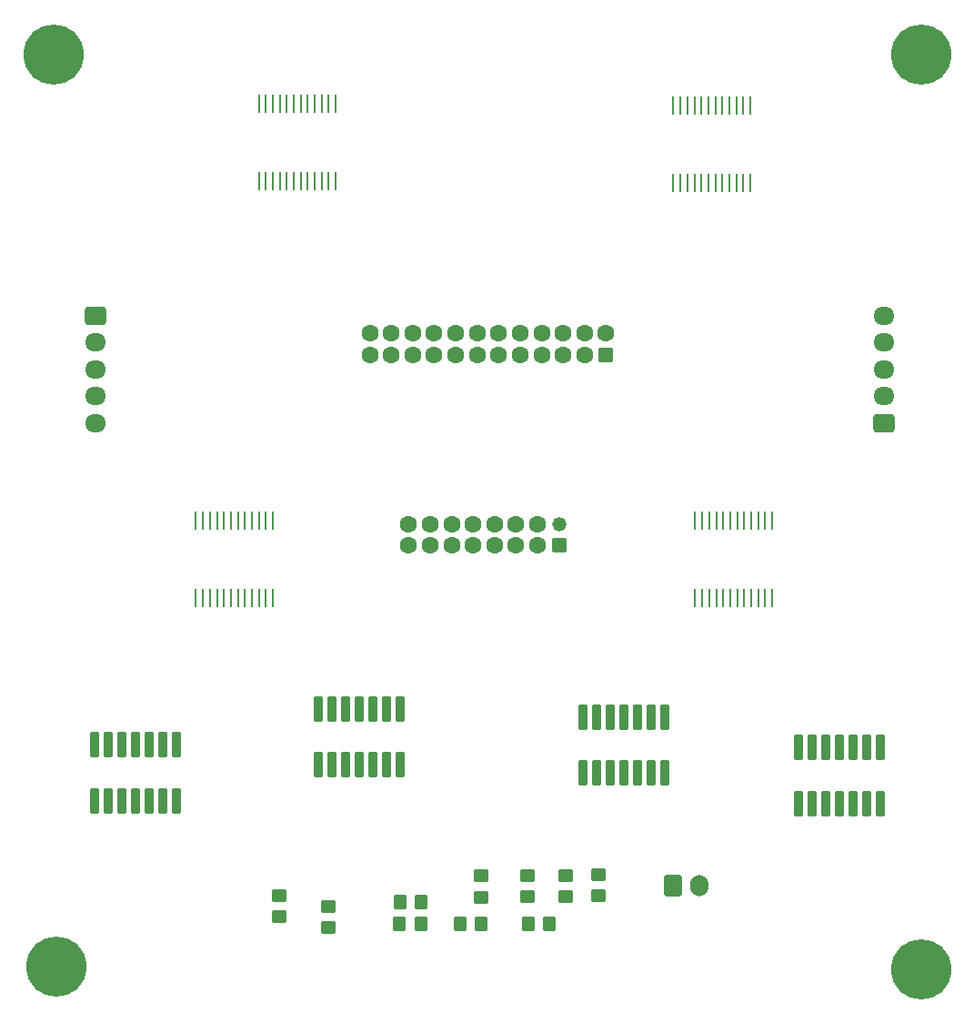
<source format=gbr>
%TF.GenerationSoftware,KiCad,Pcbnew,(7.0.0)*%
%TF.CreationDate,2024-03-19T12:14:35-03:00*%
%TF.ProjectId,pcb_peau_v1,7063625f-7065-4617-955f-76312e6b6963,rev?*%
%TF.SameCoordinates,Original*%
%TF.FileFunction,Soldermask,Top*%
%TF.FilePolarity,Negative*%
%FSLAX46Y46*%
G04 Gerber Fmt 4.6, Leading zero omitted, Abs format (unit mm)*
G04 Created by KiCad (PCBNEW (7.0.0)) date 2024-03-19 12:14:35*
%MOMM*%
%LPD*%
G01*
G04 APERTURE LIST*
G04 Aperture macros list*
%AMRoundRect*
0 Rectangle with rounded corners*
0 $1 Rounding radius*
0 $2 $3 $4 $5 $6 $7 $8 $9 X,Y pos of 4 corners*
0 Add a 4 corners polygon primitive as box body*
4,1,4,$2,$3,$4,$5,$6,$7,$8,$9,$2,$3,0*
0 Add four circle primitives for the rounded corners*
1,1,$1+$1,$2,$3*
1,1,$1+$1,$4,$5*
1,1,$1+$1,$6,$7*
1,1,$1+$1,$8,$9*
0 Add four rect primitives between the rounded corners*
20,1,$1+$1,$2,$3,$4,$5,0*
20,1,$1+$1,$4,$5,$6,$7,0*
20,1,$1+$1,$6,$7,$8,$9,0*
20,1,$1+$1,$8,$9,$2,$3,0*%
G04 Aperture macros list end*
%ADD10RoundRect,0.250000X-0.450000X0.350000X-0.450000X-0.350000X0.450000X-0.350000X0.450000X0.350000X0*%
%ADD11RoundRect,0.250000X0.350000X0.450000X-0.350000X0.450000X-0.350000X-0.450000X0.350000X-0.450000X0*%
%ADD12RoundRect,0.250000X-0.350000X-0.450000X0.350000X-0.450000X0.350000X0.450000X-0.350000X0.450000X0*%
%ADD13RoundRect,0.250000X0.450000X-0.350000X0.450000X0.350000X-0.450000X0.350000X-0.450000X-0.350000X0*%
%ADD14R,0.250000X1.750000*%
%ADD15RoundRect,0.102000X0.300000X1.100000X-0.300000X1.100000X-0.300000X-1.100000X0.300000X-1.100000X0*%
%ADD16RoundRect,0.102000X-0.300000X-1.100000X0.300000X-1.100000X0.300000X1.100000X-0.300000X1.100000X0*%
%ADD17C,5.600000*%
%ADD18RoundRect,0.250000X-0.600000X-0.750000X0.600000X-0.750000X0.600000X0.750000X-0.600000X0.750000X0*%
%ADD19O,1.700000X2.000000*%
%ADD20RoundRect,0.250000X0.725000X-0.600000X0.725000X0.600000X-0.725000X0.600000X-0.725000X-0.600000X0*%
%ADD21O,1.950000X1.700000*%
%ADD22RoundRect,0.291667X0.408333X0.408333X-0.408333X0.408333X-0.408333X-0.408333X0.408333X-0.408333X0*%
%ADD23C,1.320000*%
%ADD24C,1.600000*%
%ADD25RoundRect,0.250000X-0.725000X0.600000X-0.725000X-0.600000X0.725000X-0.600000X0.725000X0.600000X0*%
G04 APERTURE END LIST*
D10*
%TO.C,R10*%
X187940000Y-117317000D03*
X187940000Y-119317000D03*
%TD*%
D11*
%TO.C,R22*%
X206720000Y-119991500D03*
X204720000Y-119991500D03*
%TD*%
D12*
%TO.C,R4*%
X211070000Y-119991500D03*
X213070000Y-119991500D03*
%TD*%
D10*
%TO.C,R9*%
X211054000Y-115435500D03*
X211054000Y-117435500D03*
%TD*%
%TO.C,R8*%
X192512000Y-118333000D03*
X192512000Y-120333000D03*
%TD*%
%TO.C,R21*%
X217625000Y-115350000D03*
X217625000Y-117350000D03*
%TD*%
D13*
%TO.C,R23*%
X214610000Y-117435500D03*
X214610000Y-115435500D03*
%TD*%
%TO.C,R11*%
X206736000Y-117482500D03*
X206736000Y-115482500D03*
%TD*%
D12*
%TO.C,R20*%
X199132000Y-117959500D03*
X201132000Y-117959500D03*
%TD*%
D11*
%TO.C,R25*%
X201100000Y-119925000D03*
X199100000Y-119925000D03*
%TD*%
D14*
%TO.C,U3*%
X224612999Y-51065999D03*
X225262999Y-51065999D03*
X225912999Y-51065999D03*
X226562999Y-51065999D03*
X227212999Y-51065999D03*
X227862999Y-51065999D03*
X228512999Y-51065999D03*
X229162999Y-51065999D03*
X229812999Y-51065999D03*
X230462999Y-51065999D03*
X231112999Y-51065999D03*
X231762999Y-51065999D03*
X231762999Y-43865999D03*
X231112999Y-43865999D03*
X230462999Y-43865999D03*
X229812999Y-43865999D03*
X229162999Y-43865999D03*
X228512999Y-43865999D03*
X227862999Y-43865999D03*
X227212999Y-43865999D03*
X226562999Y-43865999D03*
X225912999Y-43865999D03*
X225262999Y-43865999D03*
X224612999Y-43865999D03*
%TD*%
%TO.C,U5*%
X226644999Y-89673999D03*
X227294999Y-89673999D03*
X227944999Y-89673999D03*
X228594999Y-89673999D03*
X229244999Y-89673999D03*
X229894999Y-89673999D03*
X230544999Y-89673999D03*
X231194999Y-89673999D03*
X231844999Y-89673999D03*
X232494999Y-89673999D03*
X233144999Y-89673999D03*
X233794999Y-89673999D03*
X233794999Y-82473999D03*
X233144999Y-82473999D03*
X232494999Y-82473999D03*
X231844999Y-82473999D03*
X231194999Y-82473999D03*
X230544999Y-82473999D03*
X229894999Y-82473999D03*
X229244999Y-82473999D03*
X228594999Y-82473999D03*
X227944999Y-82473999D03*
X227294999Y-82473999D03*
X226644999Y-82473999D03*
%TD*%
%TO.C,U4*%
X186015999Y-43655999D03*
X186665999Y-43655999D03*
X187315999Y-43655999D03*
X187965999Y-43655999D03*
X188615999Y-43655999D03*
X189265999Y-43655999D03*
X189915999Y-43655999D03*
X190565999Y-43655999D03*
X191215999Y-43655999D03*
X191865999Y-43655999D03*
X192515999Y-43655999D03*
X193165999Y-43655999D03*
X193165999Y-50855999D03*
X192515999Y-50855999D03*
X191865999Y-50855999D03*
X191215999Y-50855999D03*
X190565999Y-50855999D03*
X189915999Y-50855999D03*
X189265999Y-50855999D03*
X188615999Y-50855999D03*
X187965999Y-50855999D03*
X187315999Y-50855999D03*
X186665999Y-50855999D03*
X186015999Y-50855999D03*
%TD*%
%TO.C,U6*%
X180162999Y-89673999D03*
X180812999Y-89673999D03*
X181462999Y-89673999D03*
X182112999Y-89673999D03*
X182762999Y-89673999D03*
X183412999Y-89673999D03*
X184062999Y-89673999D03*
X184712999Y-89673999D03*
X185362999Y-89673999D03*
X186012999Y-89673999D03*
X186662999Y-89673999D03*
X187312999Y-89673999D03*
X187312999Y-82473999D03*
X186662999Y-82473999D03*
X186012999Y-82473999D03*
X185362999Y-82473999D03*
X184712999Y-82473999D03*
X184062999Y-82473999D03*
X183412999Y-82473999D03*
X182762999Y-82473999D03*
X182112999Y-82473999D03*
X181462999Y-82473999D03*
X180812999Y-82473999D03*
X180162999Y-82473999D03*
%TD*%
D15*
%TO.C,U7*%
X178308000Y-103318000D03*
X177038000Y-103318000D03*
X175768000Y-103318000D03*
X174498000Y-103318000D03*
X173228000Y-103318000D03*
X171958000Y-103318000D03*
X170688000Y-103318000D03*
X170688000Y-108518000D03*
X171958000Y-108518000D03*
X173228000Y-108518000D03*
X174498000Y-108518000D03*
X175768000Y-108518000D03*
X177038000Y-108518000D03*
X178308000Y-108518000D03*
%TD*%
D16*
%TO.C,U8*%
X191516000Y-105156000D03*
X192786000Y-105156000D03*
X194056000Y-105156000D03*
X195326000Y-105156000D03*
X196596000Y-105156000D03*
X197866000Y-105156000D03*
X199136000Y-105156000D03*
X199136000Y-99956000D03*
X197866000Y-99956000D03*
X196596000Y-99956000D03*
X195326000Y-99956000D03*
X194056000Y-99956000D03*
X192786000Y-99956000D03*
X191516000Y-99956000D03*
%TD*%
D17*
%TO.C,H1*%
X166878000Y-39116000D03*
%TD*%
D18*
%TO.C,J3*%
X224556000Y-116435500D03*
D19*
X227055999Y-116435499D03*
%TD*%
D17*
%TO.C,H3*%
X247650000Y-124206000D03*
%TD*%
D16*
%TO.C,U2*%
X216154000Y-105918000D03*
X217424000Y-105918000D03*
X218694000Y-105918000D03*
X219964000Y-105918000D03*
X221234000Y-105918000D03*
X222504000Y-105918000D03*
X223774000Y-105918000D03*
X223774000Y-100718000D03*
X222504000Y-100718000D03*
X221234000Y-100718000D03*
X219964000Y-100718000D03*
X218694000Y-100718000D03*
X217424000Y-100718000D03*
X216154000Y-100718000D03*
%TD*%
D17*
%TO.C,H4*%
X167132000Y-123952000D03*
%TD*%
D15*
%TO.C,U9*%
X243840000Y-103572000D03*
X242570000Y-103572000D03*
X241300000Y-103572000D03*
X240030000Y-103572000D03*
X238760000Y-103572000D03*
X237490000Y-103572000D03*
X236220000Y-103572000D03*
X236220000Y-108772000D03*
X237490000Y-108772000D03*
X238760000Y-108772000D03*
X240030000Y-108772000D03*
X241300000Y-108772000D03*
X242570000Y-108772000D03*
X243840000Y-108772000D03*
%TD*%
D17*
%TO.C,H2*%
X247650000Y-39116000D03*
%TD*%
D20*
%TO.C,J2*%
X244190000Y-73374000D03*
D21*
X244189999Y-70873999D03*
X244189999Y-68373999D03*
X244189999Y-65873999D03*
X244189999Y-63373999D03*
%TD*%
D22*
%TO.C,J4*%
X213964000Y-84772000D03*
D23*
X213964000Y-82772000D03*
D24*
X211964000Y-84772000D03*
X211964000Y-82772000D03*
X209964000Y-84772000D03*
X209964000Y-82772000D03*
X207964000Y-84772000D03*
X207964000Y-82772000D03*
X205964000Y-84772000D03*
X205964000Y-82772000D03*
X203964000Y-84772000D03*
X203964000Y-82772000D03*
X201964000Y-84772000D03*
X201964000Y-82772000D03*
X199964000Y-84772000D03*
X199964000Y-82772000D03*
%TD*%
D25*
%TO.C,J1*%
X170784000Y-63374000D03*
D21*
X170783999Y-65873999D03*
X170783999Y-68373999D03*
X170783999Y-70873999D03*
X170783999Y-73373999D03*
%TD*%
D24*
%TO.C,J5*%
X196344000Y-65024000D03*
X196344000Y-67024000D03*
X198344000Y-65024000D03*
X198344000Y-67024000D03*
X200344000Y-65024000D03*
X200344000Y-67024000D03*
X202344000Y-65024000D03*
X202344000Y-67024000D03*
X204344000Y-65024000D03*
X204344000Y-67024000D03*
X206344000Y-65024000D03*
X206344000Y-67024000D03*
X208344000Y-65024000D03*
X208344000Y-67024000D03*
X210344000Y-65024000D03*
X210344000Y-67024000D03*
X212344000Y-65024000D03*
X212344000Y-67024000D03*
X214344000Y-65024000D03*
X214344000Y-67024000D03*
X216344000Y-65024000D03*
X216344000Y-67024000D03*
X218344000Y-65024000D03*
D22*
X218344000Y-67024000D03*
%TD*%
M02*

</source>
